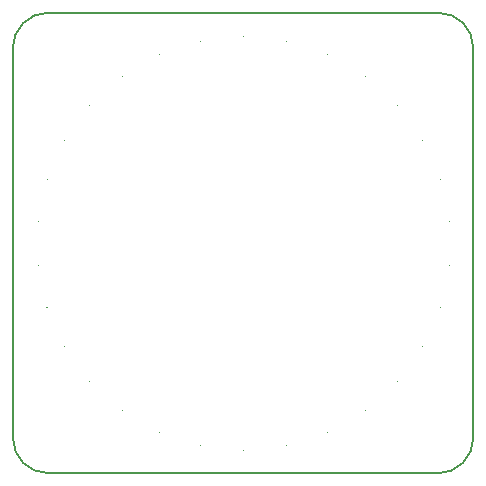
<source format=gm1>
G04*
G04 #@! TF.GenerationSoftware,Altium Limited,Altium Designer,20.0.9 (164)*
G04*
G04 Layer_Color=16711935*
%FSLAX25Y25*%
%MOIN*%
G70*
G01*
G75*
%ADD10C,0.00787*%
%ADD100C,0.00197*%
D10*
X64960Y-76772D02*
G03*
X76771Y-64961I0J11811D01*
G01*
X-76772D02*
G03*
X-64961Y-76772I11811J0D01*
G01*
Y76772D02*
G03*
X-76772Y64961I0J-11811D01*
G01*
X76771D02*
G03*
X64960Y76772I-11811J0D01*
G01*
X0Y-76771D02*
X64960D01*
X76771Y64961D02*
X76771Y-64961D01*
X0Y76771D02*
X64960D01*
X-64961Y76771D02*
X0Y76771D01*
X-76772Y64961D02*
X-76771Y-64961D01*
X-64961Y-76771D02*
X0Y-76771D01*
D100*
Y68898D02*
X2Y68896D01*
X-65526Y21291D02*
X-65523Y21292D01*
X-40483Y-55707D02*
X-40482Y-55710D01*
X40494Y-55739D02*
X40497Y-55739D01*
X65524Y21288D02*
X65526Y21291D01*
X-14325Y67392D02*
X-14322Y67391D01*
X-68520Y7202D02*
X-68518Y7203D01*
X-28024Y-62939D02*
X-28023Y-62941D01*
X51198Y-46102D02*
X51201Y-46101D01*
X59666Y34446D02*
X59667Y34449D01*
X-28023Y62941D02*
X-28021Y62940D01*
X-68520Y-7202D02*
X-68519Y-7200D01*
X-14326Y-67390D02*
X-14325Y-67392D01*
X59664Y-34449D02*
X59667Y-34449D01*
X51201Y46099D02*
X51201Y46101D01*
X-40497Y55739D02*
X-40494Y55739D01*
X-65527Y-21280D02*
X-65525Y-21277D01*
X-2Y-68896D02*
X0Y-68898D01*
X65523Y-21292D02*
X65526Y-21291D01*
X40497Y55739D02*
X40497Y55737D01*
X-51201Y46101D02*
X-51198Y46102D01*
X-59667Y-34449D02*
X-59666Y-34446D01*
X14322Y-67391D02*
X14325Y-67392D01*
X68518Y-7203D02*
X68520Y-7202D01*
X28023Y62941D02*
X28024Y62939D01*
X-59667Y34449D02*
X-59664Y34449D01*
X-51201Y-46101D02*
X-51201Y-46099D01*
X28021Y-62940D02*
X28023Y-62941D01*
X68519Y7200D02*
X68520Y7202D01*
X14325Y67392D02*
X14326Y67390D01*
M02*

</source>
